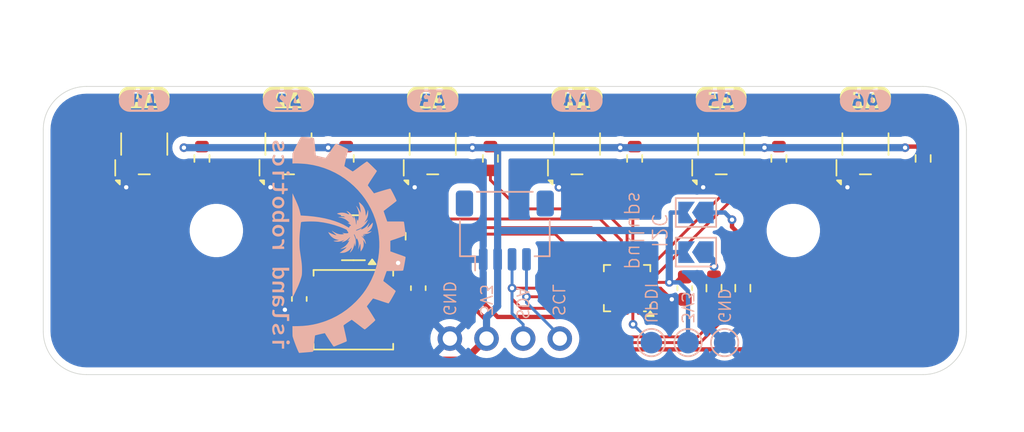
<source format=kicad_pcb>
(kicad_pcb (version 20240108) (generator "pcbnew") (generator_version "8.0")
  (layers (0 "F.Cu" signal) (31 "B.Cu" signal) (34 "B.Paste" user) (35 "F.Paste" user) (36 "B.SilkS" user "B.Silkscreen") (37 "F.SilkS" user "F.Silkscreen") (38 "B.Mask" user) (39 "F.Mask" user) (44 "Edge.Cuts" user))
  (net 0 "")
  (net 1 "GNDREF")
  (net 2 "/VCC_LED")
  (net 3 "Net-(U1-SW)")
  (net 4 "/FB")
  (net 5 "+3V3")
  (net 6 "/LED_ENABLE")
  (net 7 "Net-(U2-K)")
  (net 8 "Net-(U3-K)")
  (net 9 "Net-(U4-K)")
  (net 10 "Net-(U5-K)")
  (net 11 "Net-(U6-K)")
  (net 15 "Net-(JP1-A)")
  (net 20 "/UPDI")
  (net 22 "/SDA")
  (net 23 "/SCL")
  (net 24 "/A1")
  (net 25 "/A6")
  (net 26 "/A2")
  (net 27 "/A4")
  (net 28 "/A3")
  (net 29 "/A5")
  (net 30 "Net-(JP2-A)")
  (footprint "Capacitor_SMD:C_0603_1608Metric" (layer "F.Cu") (at 115.75 94.75 -90)
    (property "Reference" "C2" (hide yes))
    (property "Value" "1uF" (hide yes))
    (pad "1" smd roundrect (at -0.775 0 270) (size 0.9 0.95) (layers "F.Cu" "F.Paste" "F.Mask") (net 2 "/VCC_LED"))
    (pad "2" smd roundrect (at 0.775 0 270) (size 0.9 0.95) (layers "F.Cu" "F.Paste" "F.Mask") (net 1 "GNDREF"))
  )
  (footprint "Inductor_SMD:L_Sunlord_SWPA5020S" (layer "F.Cu") (at 119.5 95.5)
    (property "Reference" "L1" (hide yes))
    (property "Value" "22uH" (hide yes))
    (pad "1" smd roundrect (at -1.85 0) (size 1.4 4.2) (layers "F.Cu" "F.Paste" "F.Mask") (roundrect_rratio 0.178571) (net 5 "+3V3"))
    (pad "2" smd roundrect (at 1.85 0) (size 1.4 4.2) (layers "F.Cu" "F.Paste" "F.Mask") (roundrect_rratio 0.178571) (net 3 "Net-(U1-SW)"))
  )
  (footprint "Resistor_SMD:R_0603_1608Metric" (layer "F.Cu") (at 159 85 -90)
    (property "Reference" "R7" (hide yes))
    (property "Value" "1.5K" (hide yes))
    (pad "1" smd roundrect (at -0.825 0 270) (size 0.8 0.95) (layers "F.Cu" "F.Paste" "F.Mask") (net 5 "+3V3"))
    (pad "2" smd roundrect (at 0.825 0 270) (size 0.8 0.95) (layers "F.Cu" "F.Paste" "F.Mask") (net 25 "/A6"))
  )
  (footprint "Resistor_SMD:R_0603_1608Metric" (layer "F.Cu") (at 139 85 -90)
    (property "Reference" "R5" (hide yes))
    (property "Value" "1.5K" (hide yes))
    (pad "1" smd roundrect (at -0.825 0 270) (size 0.8 0.95) (layers "F.Cu" "F.Paste" "F.Mask") (net 5 "+3V3"))
    (pad "2" smd roundrect (at 0.825 0 270) (size 0.8 0.95) (layers "F.Cu" "F.Paste" "F.Mask") (net 27 "/A4"))
  )
  (footprint "kibuzzard-67E071FA" (layer "F.Cu") (at 115 80.75)
    (property "Reference" "kibuzzard-67E071FA" (hide yes))
    (property "Value" "G***" (hide yes))
  )
  (footprint "MountingHole:MountingHole_3.2mm_M3" (layer "F.Cu") (at 110 90)
    (property "Reference" "REF**" (hide yes))
    (property "Value" "MountingHole_3.2mm_M3" (hide yes))
    (pad "" np_thru_hole circle (at 0 0) (size 3.2 3.2) (drill 3.2) (layers "*.Cu" "*.Mask"))
  )
  (footprint "kibuzzard-67E072A1" (layer "F.Cu") (at 135 80.75)
    (property "Reference" "kibuzzard-67E072A1" (hide yes))
    (property "Value" "G***" (hide yes))
  )
  (footprint "Resistor_SMD:R_0603_1608Metric" (layer "F.Cu") (at 129 85 -90)
    (property "Reference" "R4" (hide yes))
    (property "Value" "1.5K" (hide yes))
    (pad "1" smd roundrect (at -0.825 0 270) (size 0.8 0.95) (layers "F.Cu" "F.Paste" "F.Mask") (net 5 "+3V3"))
    (pad "2" smd roundrect (at 0.825 0 270) (size 0.8 0.95) (layers "F.Cu" "F.Paste" "F.Mask") (net 28 "/A3"))
  )
  (footprint "shurik-personal:Everlight_ITR1502SR40A" (layer "F.Cu") (at 125 84 90)
    (property "Reference" "U4" (hide yes))
    (property "Value" "ITR1502SR40A" (hide yes))
    (pad "1" smd roundrect (at -1.65 -1.2 90) (size 1.2 1.1) (layers "F.Cu" "F.Paste" "F.Mask") (roundrect_rratio 0.1363636364) (net 1 "GNDREF"))
    (pad "2" smd roundrect (at -1.65 1.2 90) (size 1.2 1.1) (layers "F.Cu" "F.Paste" "F.Mask") (roundrect_rratio 0.1363636364) (net 28 "/A3"))
    (pad "3" smd roundrect (at 1.65 1.2 90) (size 1.2 1.1) (layers "F.Cu" "F.Paste" "F.Mask") (roundrect_rratio 0.1363636364) (net 9 "Net-(U4-K)"))
    (pad "4" smd roundrect (at 1.65 -1.2 90) (size 1.2 1.1) (layers "F.Cu" "F.Paste" "F.Mask") (roundrect_rratio 0.1363636364) (net 8 "Net-(U3-K)"))
  )
  (footprint "kibuzzard-67E072AD" (layer "F.Cu") (at 145 80.75)
    (property "Reference" "kibuzzard-67E072AD" (hide yes))
    (property "Value" "G***" (hide yes))
  )
  (footprint "Resistor_SMD:R_0603_1608Metric" (layer "F.Cu") (at 109 85 -90)
    (property "Reference" "R2" (hide yes))
    (property "Value" "1.5K" (hide yes))
    (pad "1" smd roundrect (at -0.825 0 270) (size 0.8 0.95) (layers "F.Cu" "F.Paste" "F.Mask") (net 5 "+3V3"))
    (pad "2" smd roundrect (at 0.825 0 270) (size 0.8 0.95) (layers "F.Cu" "F.Paste" "F.Mask") (net 24 "/A1"))
  )
  (footprint "shurik-personal:Everlight_ITR1502SR40A" (layer "F.Cu") (at 155 84 90)
    (property "Reference" "U7" (hide yes))
    (property "Value" "ITR1502SR40A" (hide yes))
    (pad "1" smd roundrect (at -1.65 -1.2 90) (size 1.2 1.1) (layers "F.Cu" "F.Paste" "F.Mask") (roundrect_rratio 0.1363636364) (net 1 "GNDREF"))
    (pad "2" smd roundrect (at -1.65 1.2 90) (size 1.2 1.1) (layers "F.Cu" "F.Paste" "F.Mask") (roundrect_rratio 0.1363636364) (net 25 "/A6"))
    (pad "3" smd roundrect (at 1.65 1.2 90) (size 1.2 1.1) (layers "F.Cu" "F.Paste" "F.Mask") (roundrect_rratio 0.1363636364) (net 4 "/FB"))
    (pad "4" smd roundrect (at 1.65 -1.2 90) (size 1.2 1.1) (layers "F.Cu" "F.Paste" "F.Mask") (roundrect_rratio 0.1363636364) (net 11 "Net-(U6-K)"))
  )
  (footprint "shurik-personal:Everlight_ITR1502SR40A" (layer "F.Cu") (at 105 84 90)
    (property "Reference" "U2" (hide yes))
    (property "Value" "ITR1502SR40A" (hide yes))
    (pad "1" smd roundrect (at -1.65 -1.2 90) (size 1.2 1.1) (layers "F.Cu" "F.Paste" "F.Mask") (roundrect_rratio 0.1363636364) (net 1 "GNDREF"))
    (pad "2" smd roundrect (at -1.65 1.2 90) (size 1.2 1.1) (layers "F.Cu" "F.Paste" "F.Mask") (roundrect_rratio 0.1363636364) (net 24 "/A1"))
    (pad "3" smd roundrect (at 1.65 1.2 90) (size 1.2 1.1) (layers "F.Cu" "F.Paste" "F.Mask") (roundrect_rratio 0.1363636364) (net 7 "Net-(U2-K)"))
    (pad "4" smd roundrect (at 1.65 -1.2 90) (size 1.2 1.1) (layers "F.Cu" "F.Paste" "F.Mask") (roundrect_rratio 0.1363636364) (net 2 "/VCC_LED"))
  )
  (footprint "Capacitor_SMD:C_0603_1608Metric" (layer "F.Cu") (at 142.475 94 -90)
    (property "Reference" "C3" (hide yes))
    (property "Value" "100nF" (hide yes))
    (pad "1" smd roundrect (at -0.775 0 270) (size 0.9 0.95) (layers "F.Cu" "F.Paste" "F.Mask") (net 5 "+3V3"))
    (pad "2" smd roundrect (at 0.775 0 270) (size 0.9 0.95) (layers "F.Cu" "F.Paste" "F.Mask") (net 1 "GNDREF"))
  )
  (footprint "Capacitor_SMD:C_0603_1608Metric" (layer "F.Cu") (at 124 94 90)
    (property "Reference" "C1" (hide yes))
    (property "Value" "1uF" (hide yes))
    (pad "1" smd roundrect (at -0.775 0 90) (size 0.9 0.95) (layers "F.Cu" "F.Paste" "F.Mask") (net 5 "+3V3"))
    (pad "2" smd roundrect (at 0.775 0 90) (size 0.9 0.95) (layers "F.Cu" "F.Paste" "F.Mask") (net 1 "GNDREF"))
  )
  (footprint "Package_DFN_QFN:VQFN-20-1EP_3x3mm_P0.4mm_EP1.7x1.7mm" (layer "F.Cu") (at 138.475 94 180)
    (property "Reference" "U8" (hide yes))
    (property "Value" "ATtiny1616-M" (hide yes))
    (pad "1" smd custom (at -1.45 -0.8 180) (size 0.143431 0.143431) (layers "F.Cu" "F.Paste" "F.Mask") (options (clearance outline) (anchor circle)) (primitives (gr_poly (pts (xy -0.35 -0.05) (xy 0.299289 -0.05) (xy 0.35 0.000711) (xy 0.35 0.05) (xy -0.35 0.05)) (width 0.1) (fill yes))))
    (pad "2" smd roundrect (at -1.45 -0.4 180) (size 0.8 0.2) (layers "F.Cu" "F.Paste" "F.Mask"))
    (pad "3" smd roundrect (at -1.45 0 180) (size 0.8 0.2) (layers "F.Cu" "F.Paste" "F.Mask") (net 1 "GNDREF"))
    (pad "4" smd roundrect (at -1.45 0.4 180) (size 0.8 0.2) (layers "F.Cu" "F.Paste" "F.Mask") (net 5 "+3V3"))
    (pad "5" smd custom (at -1.45 0.8 180) (size 0.143431 0.143431) (layers "F.Cu" "F.Paste" "F.Mask") (net 25 "/A6") (clearance 0.18) (options (clearance outline) (anchor circle)) (primitives (gr_poly (pts (xy -0.35 -0.05) (xy 0.35 -0.05) (xy 0.35 -0.000711) (xy 0.299289 0.05) (xy -0.35 0.05)) (width 0.1) (fill yes))))
    (pad "6" smd custom (at -0.8 1.45 180) (size 0.143431 0.143431) (layers "F.Cu" "F.Paste" "F.Mask") (net 29 "/A5") (clearance 0.18) (options (clearance outline) (anchor circle)) (primitives (gr_poly (pts (xy -0.05 -0.299289) (xy 0.000711 -0.35) (xy 0.05 -0.35) (xy 0.05 0.35) (xy -0.05 0.35)) (width 0.1) (fill yes))))
    (pad "7" smd roundrect (at -0.4 1.45 180) (size 0.2 0.8) (layers "F.Cu" "F.Paste" "F.Mask") (net 27 "/A4"))
    (pad "8" smd roundrect (at 0 1.45 180) (size 0.2 0.8) (layers "F.Cu" "F.Paste" "F.Mask") (net 28 "/A3"))
    (pad "9" smd roundrect (at 0.4 1.45 180) (size 0.2 0.8) (layers "F.Cu" "F.Paste" "F.Mask") (net 26 "/A2"))
    (pad "10" smd custom (at 0.8 1.45 180) (size 0.143431 0.143431) (layers "F.Cu" "F.Paste" "F.Mask") (net 24 "/A1") (clearance 0.18) (options (clearance outline) (anchor circle)) (primitives (gr_poly (pts (xy -0.05 -0.35) (xy -0.000711 -0.35) (xy 0.05 -0.299289) (xy 0.05 0.35) (xy -0.05 0.35)) (width 0.1) (fill yes))))
    (pad "11" smd custom (at 1.45 0.8 180) (size 0.143431 0.143431) (layers "F.Cu" "F.Paste" "F.Mask") (net 6 "/LED_ENABLE") (options (clearance outline) (anchor circle)) (primitives (gr_poly (pts (xy -0.35 -0.05) (xy 0.35 -0.05) (xy 0.35 0.05) (xy -0.299289 0.05) (xy -0.35 -0.000711)) (width 0.1) (fill yes))))
    (pad "12" smd roundrect (at 1.45 0.4 180) (size 0.8 0.2) (layers "F.Cu" "F.Paste" "F.Mask"))
    (pad "13" smd roundrect (at 1.45 0 180) (size 0.8 0.2) (layers "F.Cu" "F.Paste" "F.Mask") (net 22 "/SDA"))
    (pad "14" smd roundrect (at 1.45 -0.4 180) (size 0.8 0.2) (layers "F.Cu" "F.Paste" "F.Mask") (net 23 "/SCL"))
    (pad "15" smd custom (at 1.45 -0.8 180) (size 0.143431 0.143431) (layers "F.Cu" "F.Paste" "F.Mask") (clearance 0.18) (options (clearance outline) (anchor circle)) (primitives (gr_poly (pts (xy -0.35 0.000711) (xy -0.299289 -0.05) (xy 0.35 -0.05) (xy 0.35 0.05) (xy -0.35 0.05)) (width 0.1) (fill yes))))
    (pad "16" smd custom (at 0.8 -1.45 180) (size 0.143431 0.143431) (layers "F.Cu" "F.Paste" "F.Mask") (options (clearance outline) (anchor circle)) (primitives (gr_poly (pts (xy -0.05 -0.35) (xy 0.05 -0.35) (xy 0.05 0.299289) (xy -0.000711 0.35) (xy -0.05 0.35)) (width 0.1) (fill yes))))
    (pad "17" smd roundrect (at 0.4 -1.45 180) (size 0.2 0.8) (layers "F.Cu" "F.Paste" "F.Mask"))
    (pad "18" smd roundrect (at 0 -1.45 180) (size 0.2 0.8) (layers "F.Cu" "F.Paste" "F.Mask"))
    (pad "19" smd roundrect (at -0.4 -1.45 180) (size 0.2 0.8) (layers "F.Cu" "F.Paste" "F.Mask") (net 20 "/UPDI"))
    (pad "20" smd custom (at -0.8 -1.45 180) (size 0.143431 0.143431) (layers "F.Cu" "F.Paste" "F.Mask") (clearance 0.15) (options (clearance outline) (anchor circle)) (primitives (gr_poly (pts (xy -0.05 -0.35) (xy 0.05 -0.35) (xy 0.05 0.35) (xy 0.000711 0.35) (xy -0.05 0.299289)) (width 0.1) (fill yes))))
    (pad "21" smd rect (at 0 0 180) (size 1.7 1.7) (property pad_prop_heatsink) (layers "F.Cu" "F.Mask") (net 1 "GNDREF"))
  )
  (footprint "kibuzzard-67E07257" (layer "F.Cu") (at 105 80.75)
    (property "Reference" "kibuzzard-67E07257" (hide yes))
    (property "Value" "G***" (hide yes))
  )
  (footprint "Resistor_SMD:R_0603_1608Metric" (layer "F.Cu") (at 122.6 90.4 -90)
    (property "Reference" "R1" (hide yes))
    (property "Value" "10" (hide yes))
    (pad "1" smd roundrect (at -0.825 0 270) (size 0.8 0.95) (layers "F.Cu" "F.Paste" "F.Mask") (net 4 "/FB"))
    (pad "2" smd roundrect (at 0.825 0 270) (size 0.8 0.95) (layers "F.Cu" "F.Paste" "F.Mask") (net 1 "GNDREF"))
  )
  (footprint "Resistor_SMD:R_0603_1608Metric" (layer "F.Cu") (at 119 85 -90)
    (property "Reference" "R3" (hide yes))
    (property "Value" "1.5K" (hide yes))
    (pad "1" smd roundrect (at -0.825 0 270) (size 0.8 0.95) (layers "F.Cu" "F.Paste" "F.Mask") (net 5 "+3V3"))
    (pad "2" smd roundrect (at 0.825 0 270) (size 0.8 0.95) (layers "F.Cu" "F.Paste" "F.Mask") (net 26 "/A2"))
  )
  (footprint "Package_TO_SOT_SMD:TSOT-23-6" (layer "F.Cu") (at 119.5 90.5 180)
    (property "Reference" "U1" (hide yes))
    (property "Value" "AP3019A" (hide yes))
    (pad "1" smd roundrect (at -1.1375 -0.95 180) (size 1.325 0.6) (layers "F.Cu" "F.Paste" "F.Mask") (net 3 "Net-(U1-SW)"))
    (pad "2" smd roundrect (at -1.1375 0 180) (size 1.325 0.6) (layers "F.Cu" "F.Paste" "F.Mask") (net 1 "GNDREF"))
    (pad "3" smd roundrect (at -1.1375 0.95 180) (size 1.325 0.6) (layers "F.Cu" "F.Paste" "F.Mask") (net 4 "/FB"))
    (pad "4" smd roundrect (at 1.1375 0.95 180) (size 1.325 0.6) (layers "F.Cu" "F.Paste" "F.Mask") (net 6 "/LED_ENABLE"))
    (pad "5" smd roundrect (at 1.1375 0 180) (size 1.325 0.6) (layers "F.Cu" "F.Paste" "F.Mask") (net 2 "/VCC_LED"))
    (pad "6" smd roundrect (at 1.1375 -0.95 180) (size 1.325 0.6) (layers "F.Cu" "F.Paste" "F.Mask") (net 5 "+3V3"))
  )
  (footprint "kibuzzard-67E072BD" (layer "F.Cu") (at 155 80.75)
    (property "Reference" "kibuzzard-67E072BD" (hide yes))
    (property "Value" "G***" (hide yes))
  )
  (footprint "Resistor_SMD:R_0603_1608Metric" (layer "F.Cu") (at 146.5 94 -90)
    (property "Reference" "R9" (hide yes))
    (property "Value" "3.3K" (hide yes))
    (pad "1" smd roundrect (at -0.825 0 270) (size 0.8 0.95) (layers "F.Cu" "F.Paste" "F.Mask") (net 30 "Net-(JP2-A)"))
    (pad "2" smd roundrect (at 0.825 0 270) (size 0.8 0.95) (layers "F.Cu" "F.Paste" "F.Mask") (net 22 "/SDA"))
  )
  (footprint "shurik-personal:Everlight_ITR1502SR40A" (layer "F.Cu") (at 145 84 90)
    (property "Reference" "U6" (hide yes))
    (property "Value" "ITR1502SR40A" (hide yes))
    (pad "1" smd roundrect (at -1.65 -1.2 90) (size 1.2 1.1) (layers "F.Cu" "F.Paste" "F.Mask") (roundrect_rratio 0.1363636364) (net 1 "GNDREF"))
    (pad "2" smd roundrect (at -1.65 1.2 90) (size 1.2 1.1) (layers "F.Cu" "F.Paste" "F.Mask") (roundrect_rratio 0.1363636364) (net 29 "/A5"))
    (pad "3" smd roundrect (at 1.65 1.2 90) (size 1.2 1.1) (layers "F.Cu" "F.Paste" "F.Mask") (roundrect_rratio 0.1363636364) (net 11 "Net-(U6-K)"))
    (pad "4" smd roundrect (at 1.65 -1.2 90) (size 1.2 1.1) (layers "F.Cu" "F.Paste" "F.Mask") (roundrect_rratio 0.1363636364) (net 10 "Net-(U5-K)"))
  )
  (footprint "MountingHole:MountingHole_3.2mm_M3" (layer "F.Cu") (at 150 90)
    (property "Reference" "REF**" (hide yes))
    (property "Value" "MountingHole_3.2mm_M3" (hide yes))
    (pad "" np_thru_hole circle (at 0 0) (size 3.2 3.2) (drill 3.2) (layers "*.Cu" "*.Mask"))
  )
  (footprint "kibuzzard-67E07232" (layer "F.Cu") (at 125 80.75)
    (property "Reference" "kibuzzard-67E07232" (hide yes))
    (property "Value" "G***" (hide yes))
  )
  (footprint "Resistor_SMD:R_0603_1608Metric" (layer "F.Cu") (at 144.5 94 -90)
    (property "Reference" "R8" (hide yes))
    (property "Value" "3.3K" (hide yes))
    (pad "1" smd roundrect (at -0.825 0 270) (size 0.8 0.95) (layers "F.Cu" "F.Paste" "F.Mask") (net 15 "Net-(JP1-A)"))
    (pad "2" smd roundrect (at 0.825 0 270) (size 0.8 0.95) (layers "F.Cu" "F.Paste" "F.Mask") (net 23 "/SCL"))
  )
  (footprint "shurik-personal:Everlight_ITR1502SR40A" (layer "F.Cu") (at 135 84 90)
    (property "Reference" "U5" (hide yes))
    (property "Value" "ITR1502SR40A" (hide yes))
    (pad "1" smd roundrect (at -1.65 -1.2 90) (size 1.2 1.1) (layers "F.Cu" "F.Paste" "F.Mask") (roundrect_rratio 0.1363636364) (net 1 "GNDREF"))
    (pad "2" smd roundrect (at -1.65 1.2 90) (size 1.2 1.1) (layers "F.Cu" "F.Paste" "F.Mask") (roundrect_rratio 0.1363636364) (net 27 "/A4"))
    (pad "3" smd roundrect (at 1.65 1.2 90) (size 1.2 1.1) (layers "F.Cu" "F.Paste" "F.Mask") (roundrect_rratio 0.1363636364) (net 10 "Net-(U5-K)"))
    (pad "4" smd roundrect (at 1.65 -1.2 90) (size 1.2 1.1) (layers "F.Cu" "F.Paste" "F.Mask") (roundrect_rratio 0.1363636364) (net 9 "Net-(U4-K)"))
  )
  (footprint "Resistor_SMD:R_0603_1608Metric" (layer "F.Cu") (at 149 85 -90)
    (property "Reference" "R6" (hide yes))
    (property "Value" "1.5K" (hide yes))
    (pad "1" smd roundrect (at -0.825 0 270) (size 0.8 0.95) (layers "F.Cu" "F.Paste" "F.Mask") (net 5 "+3V3"))
    (pad "2" smd roundrect (at 0.825 0 270) (size 0.8 0.95) (layers "F.Cu" "F.Paste" "F.Mask") (net 29 "/A5"))
  )
  (footprint "shurik-personal:Everlight_ITR1502SR40A" (layer "F.Cu") (at 115 84 90)
    (property "Reference" "U3" (hide yes))
    (property "Value" "ITR1502SR40A" (hide yes))
    (pad "1" smd roundrect (at -1.65 -1.2 90) (size 1.2 1.1) (layers "F.Cu" "F.Paste" "F.Mask") (roundrect_rratio 0.1363636364) (net 1 "GNDREF"))
    (pad "2" smd roundrect (at -1.65 1.2 90) (size 1.2 1.1) (layers "F.Cu" "F.Paste" "F.Mask") (roundrect_rratio 0.1363636364) (net 26 "/A2"))
    (pad "3" smd roundrect (at 1.65 1.2 90) (size 1.2 1.1) (layers "F.Cu" "F.Paste" "F.Mask") (roundrect_rratio 0.1363636364) (net 8 "Net-(U3-K)"))
    (pad "4" smd roundrect (at 1.65 -1.2 90) (size 1.2 1.1) (layers "F.Cu" "F.Paste" "F.Mask") (roundrect_rratio 0.1363636364) (net 7 "Net-(U2-K)"))
  )
  (footprint "kibuzzard-67E0733D" (layer "B.Cu") (at 115 81 180)
    (property "Reference" "kibuzzard-67E0733D" (hide yes))
    (property "Value" "G***" (hide yes))
  )
  (footprint "shurik-personal:my_logo" (layer "B.Cu") (at 118.5 91 90)
    (property "Reference" "G***" (hide yes))
    (property "Value" "LOGO" (hide yes))
  )
  (footprint "TestPoint:TestPoint_Pad_D1.5mm" (layer "B.Cu") (at 140.16 97.78 180)
    (property "Reference" "TP2" (hide yes))
    (property "Value" "TestPoint" (hide yes))
    (pad "1" smd circle (at 0 0 180) (size 1.5 1.5) (layers "B.Cu" "B.Mask") (net 20 "/UPDI"))
  )
  (footprint "Jumper:SolderJumper-2_P1.3mm_Open_TrianglePad1.0x1.5mm" (layer "B.Cu") (at 143.25 88.75 180)
    (property "Reference" "JP2" (hide yes))
    (property "Value" "SolderJumper_2_Open" (hide yes))
    (pad "1" smd custom (at -0.725 0 180) (size 0.3 0.3) (layers "B.Cu" "B.Mask") (net 30 "Net-(JP2-A)") (options (clearance outline) (anchor rect)) (primitives (gr_poly (pts (xy 1 0) (xy 0.5 -0.75) (xy -0.5 -0.75) (xy -0.5 0.75) (xy 0.5 0.75)) (width 0) (fill yes))))
    (pad "2" smd custom (at 0.725 0 180) (size 0.3 0.3) (layers "B.Cu" "B.Mask") (net 5 "+3V3") (options (clearance outline) (anchor rect)) (primitives (gr_poly (pts (xy 0.5 -0.75) (xy -0.65 -0.75) (xy -0.15 0) (xy -0.65 0.75) (xy 0.5 0.75)) (width 0) (fill yes))))
  )
  (footprint "kibuzzard-67E073B0" (layer "B.Cu") (at 155 81 180)
    (property "Reference" "kibuzzard-67E073B0" (hide yes))
    (property "Value" "G***" (hide yes))
  )
  (footprint "kibuzzard-67E07391" (layer "B.Cu") (at 145 81 180)
    (property "Reference" "kibuzzard-67E07391" (hide yes))
    (property "Value" "G***" (hide yes))
  )
  (footprint "Jumper:SolderJumper-2_P1.3mm_Open_TrianglePad1.0x1.5mm" (layer "B.Cu") (at 143.25 91.5 180)
    (property "Reference" "JP1" (hide yes))
    (property "Value" "SolderJumper_2_Open" (hide yes))
    (pad "1" smd custom (at -0.725 0 180) (size 0.3 0.3) (layers "B.Cu" "B.Mask") (net 15 "Net-(JP1-A)") (options (clearance outline) (anchor rect)) (primitives (gr_poly (pts (xy 1 0) (xy 0.5 -0.75) (xy -0.5 -0.75) (xy -0.5 0.75) (xy 0.5 0.75)) (width 0) (fill yes))))
    (pad "2" smd custom (at 0.725 0 180) (size 0.3 0.3) (layers "B.Cu" "B.Mask") (net 5 "+3V3") (options (clearance outline) (anchor rect)) (primitives (gr_poly (pts (xy 0.5 -0.75) (xy -0.65 -0.75) (xy -0.15 0) (xy -0.65 0.75) (xy 0.5 0.75)) (width 0) (fill yes))))
  )
  (footprint "kibuzzard-67E073A3" (layer "B.Cu") (at 135 81 180)
    (property "Reference" "kibuzzard-67E073A3" (hide yes))
    (property "Value" "G***" (hide yes))
  )
  (footprint "kibuzzard-67E0737D" (layer "B.Cu") (at 125 81 180)
    (property "Reference" "kibuzzard-67E0737D" (hide yes))
    (property "Value" "G***" (hide yes))
  )
  (footprint "TestPoint:TestPoint_Pad_D1.5mm" (layer "B.Cu") (at 145.24 97.78 180)
    (property "Reference" "TP1" (hide yes))
    (property "Value" "TestPoint" (hide yes))
    (pad "1" smd circle (at 0 0 180) (size 1.5 1.5) (layers "B.Cu" "B.Mask") (net 1 "GNDREF"))
  )
  (footprint "TestPoint:TestPoint_Pad_D1.5mm" (layer "B.Cu") (at 142.7 97.78 180)
    (property "Reference" "TP3" (hide yes))
    (property "Value" "TestPoint" (hide yes))
    (pad "1" smd circle (at 0 0 180) (size 1.5 1.5) (layers "B.Cu" "B.Mask") (net 5 "+3V3"))
  )
  (footprint "Connector_JST:JST_SH_SM04B-SRSS-TB_1x04-1MP_P1.00mm_Horizontal" (layer "B.Cu") (at 130 90)
    (property "Reference" "J1" (hide yes))
    (property "Value" "Conn_01x04_Pin" (hide yes))
    (pad "1" smd roundrect (at -1.5 2) (size 0.6 1.55) (layers "B.Cu" "B.Paste" "B.Mask") (net 1 "GNDREF"))
    (pad "2" smd roundrect (at -0.5 2) (size 0.6 1.55) (layers "B.Cu" "B.Paste" "B.Mask") (net 5 "+3V3"))
    (pad "3" smd roundrect (at 0.5 2) (size 0.6 1.55) (layers "B.Cu" "B.Paste" "B.Mask") (net 22 "/SDA"))
    (pad "4" smd roundrect (at 1.5 2) (size 0.6 1.55) (layers "B.Cu" "B.Paste" "B.Mask") (net 23 "/SCL"))
    (pad "MP" smd roundrect (at -2.8 -1.875) (size 1.2 1.8) (layers "B.Cu" "B.Paste" "B.Mask") (roundrect_rratio 0.208333))
    (pad "MP" smd roundrect (at 2.8 -1.875) (size 1.2 1.8) (layers "B.Cu" "B.Paste" "B.Mask") (roundrect_rratio 0.208333))
  )
  (footprint "kibuzzard-67E0734D" (layer "B.Cu") (at 105 81 180)
    (property "Reference" "kibuzzard-67E0734D" (hide yes))
    (property "Value" "G***" (hide yes))
  )
  (footprint "shurik-personal:connector-4p-generic-nosilk" (layer "B.Cu") (at 126.19 97.5 -90)
    (property "Reference" "J2" (hide yes))
    (property "Value" "Conn_01x04_Pin" (hide yes))
    (pad "1" thru_hole circle (at 0 0 270) (size 1.7 1.7) (drill 1) (layers "*.Cu" "*.Mask") (net 1 "GNDREF"))
    (pad "2" thru_hole oval (at 0 -2.54 270) (size 1.7 1.7) (drill 1) (layers "*.Cu" "*.Mask") (net 5 "+3V3"))
    (pad "3" thru_hole oval (at 0 -5.08 270) (size 1.7 1.7) (drill 1) (layers "*.Cu" "*.Mask") (net 22 "/SDA"))
    (pad "4" thru_hole oval (at 0 -7.62 270) (size 1.7 1.7) (drill 1) (layers "*.Cu" "*.Mask") (net 23 "/SCL"))
  )
  (gr_arc (start 101 100) (mid 98.87868 99.12132) (end 98 97) (stroke (width 0.05)) (layer "Edge.Cuts"))
  (gr_arc (start 162 97) (mid 161.12132 99.12132) (end 159 100) (stroke (width 0.05)) (layer "Edge.Cuts"))
  (gr_line (start 159 100) (end 101 100) (stroke (width 0.05)) (layer "Edge.Cuts"))
  (gr_arc (start 159 80) (mid 161.12132 80.87868) (end 162 83) (stroke (width 0.05)) (layer "Edge.Cuts"))
  (gr_arc (start 98 83) (mid 98.87868 80.87868) (end 101 80) (stroke (width 0.05)) (layer "Edge.Cuts"))
  (gr_line (start 162 83) (end 162 97) (stroke (width 0.05)) (layer "Edge.Cuts"))
  (gr_line (start 98 97) (end 98 83) (stroke (width 0.05)) (layer "Edge.Cuts"))
  (gr_line (start 101 80) (end 159 80) (stroke (width 0.05)) (layer "Edge.Cuts"))
  (gr_text "GND" (at 125.682 96.002 270) (layer "B.SilkS") (effects (font (size 0.8 0.8) (thickness 0.1)) (justify left bottom mirror)))
  (gr_text "UPDI" (at 139.652 96.51 270) (layer "B.SilkS") (effects (font (size 0.8 0.8) (thickness 0.1)) (justify left bottom mirror)))
  (gr_text "3V3" (at 128.222 96 270) (layer "B.SilkS") (effects (font (size 0.8 0.8) (thickness 0.1)) (justify left bottom mirror)))
  (gr_text "SCL" (at 133.25 96 270) (layer "B.SilkS") (effects (font (size 0.8 0.8) (thickness 0.1)) (justify left bottom mirror)))
  (gr_text "3V3" (at 142.192 96.51 270) (layer "B.SilkS") (effects (font (size 0.8 0.8) (thickness 0.1)) (justify left bottom mirror)))
  (gr_text "SDA" (at 130.75 96.25 -90) (layer "B.SilkS") (effects (font (size 0.8 0.8) (thickness 0.1)) (justify left bottom mirror)))
  (gr_text "GND" (at 144.732 96.51 -90) (layer "B.SilkS") (effects (font (size 0.8 0.8) (thickness 0.1)) (justify left bottom mirror)))
  (gr_text "I2C\npullups" (at 138.5 90 -90) (layer "B.SilkS") (effects (font (size 1 1) (thickness 0.1)) (justify bottom mirror)))
  (segment (start 133.8 86.95) (end 133.75 87) (width 0.3) (layer "F.Cu") (net 1))
  (segment (start 123.8 86.95) (end 123.75 87) (width 0.3) (layer "F.Cu") (net 1))
  (segment (start 121.875 90.5) (end 122.6 91.225) (width 0.2) (layer "F.Cu") (net 1))
  (segment (start 113.8 86.95) (end 113.75 87) (width 0.3) (layer "F.Cu") (net 1))
  (segment (start 133.8 85.65) (end 133.8 86.95) (width 0.3) (layer "F.Cu") (net 1))
  (segment (start 138.475 94) (end 139.925 94) (width 0.2) (layer "F.Cu") (net 1))
  (segment (start 103.8 85.65) (end 103.8 86.95) (width 0.3) (layer "F.Cu") (net 1))
  (segment (start 140.8 94) (end 139.925 94) (width 0.2) (layer "F.Cu") (net 1))
  (segment (start 143.8 85.65) (end 143.8 86.95) (width 0.3) (layer "F.Cu") (net 1))
  (segment (start 122.6 92.25) (end 122.6 92.85) (width 0.2) (layer "F.Cu") (net 1))
  (segment (start 143.8 86.95) (end 143.75 87) (width 0.3) (layer "F.Cu") (net 1))
  (segment (start 123.8 85.65) (end 123.8 86.95) (width 0.3) (layer "F.Cu") (net 1))
  (segment (start 115.75 95.525) (end 114.775 95.525) (width 0.2) (layer "F.Cu") (net 1))
  (segment (start 122.6 92.85) (end 123 93.25) (width 0.2) (layer "F.Cu") (net 1))
  (segment (start 141.575 94.775) (end 142.475 94.775) (width 0.2) (layer "F.Cu") (net 1))
  (segment (start 153.8 86.95) (end 153.75 87) (width 0.3) (layer "F.Cu") (net 1))
  (segment (start 123.025 93.225) (end 124 93.225) (width 0.2) (layer "F.Cu") (net 1))
  (segment (start 153.8 85.65) (end 153.8 86.95) (width 0.3) (layer "F.Cu") (net 1))
  (segment (start 123 93.25) (end 123.025 93.225) (width 0.2) (layer "F.Cu") (net 1))
  (segment (start 122.6 91.225) (end 122.6 92.25) (width 0.2) (layer "F.Cu") (net 1))
  (segment (start 141.575 94.775) (end 140.8 94) (width 0.2) (layer "F.Cu") (net 1))
  (segment (start 114.775 95.525) (end 114.75 95.5) (width 0.2) (layer "F.Cu") (net 1))
  (segment (start 113.8 85.65) (end 113.8 86.95) (width 0.3) (layer "F.Cu") (net 1))
  (segment (start 103.8 86.95) (end 103.75 87) (width 0.3) (layer "F.Cu") (net 1))
  (segment (start 120.6375 90.5) (end 121.875 90.5) (width 0.2) (layer "F.Cu") (net 1))
  (via (at 122.6 92.25) (size 0.6) (drill 0.3) (layers "F.Cu" "B.Cu") (net 1))
  (via (at 103.75 87) (size 0.6) (drill 0.3) (layers "F.Cu" "B.Cu") (net 1))
  (via (at 143.75 87) (size 0.6) (drill 0.3) (layers "F.Cu" "B.Cu") (net 1))
  (via (at 133.75 87) (size 0.6) (drill 0.3) (layers "F.Cu" "B.Cu") (net 1))
  (via (at 153.75 87) (size 0.6) (drill 0.3) (layers "F.Cu" "B.Cu") (net 1))
  (via (at 141.575 94.775) (size 0.6) (drill 0.3) (layers "F.Cu" "B.Cu") (net 1))
  (via (at 113.75 87) (size 0.6) (drill 0.3) (layers "F.Cu" "B.Cu") (net 1))
  (via (at 114.75 95.5) (size 0.6) (drill 0.3) (layers "F.Cu" "B.Cu") (net 1))
  (via (at 123.75 87) (size 0.6) (drill 0.3) (layers "F.Cu" "B.Cu") (net 1))
  (segment (start 101 88.8) (end 106 93.8) (width 0.3) (layer "F.Cu") (net 2))
  (segment (start 117.468 90.5) (end 117.938738 90.5) (width 0.3) (layer "F.Cu") (net 2))
  (segment (start 103.8 82.35) (end 101.65 82.35) (width 0.3) (layer "F.Cu") (net 2))
  (segment (start 106 93.8) (end 115.75 93.8) (width 0.3) (layer "F.Cu") (net 2))
  (segment (start 101 83) (end 101 88.8) (width 0.3) (layer "F.Cu") (net 2))
  (segment (start 115.75 93.8) (end 115.75 92.218) (width 0.3) (layer "F.Cu") (net 2))
  (segment (start 101.65 82.35) (end 101 83) (width 0.3) (layer "F.Cu") (net 2))
  (segment (start 115.75 92.218) (end 117.468 90.5) (width 0.3) (layer "F.Cu") (net 2))
  (segment (start 121.35 92.686) (end 121.35 95.5) (width 0.5) (layer "F.Cu") (net 3))
  (segment (start 120.6375 91.9735) (end 121.35 92.686) (width 0.5) (layer "F.Cu") (net 3))
  (segment (start 120.6375 91.45) (end 120.6375 91.9735) (width 0.5) (layer "F.Cu") (net 3))
  (segment (start 122.975 89.575) (end 123.075 89.575) (width 0.3) (layer "F.Cu") (net 4))
  (segment (start 134.5 96) (end 136.75 98.25) (width 0.3) (layer "F.Cu") (net 4))
  (segment (start 136.75 98.25) (end 148.75 98.25) (width 0.3) (layer "F.Cu") (net 4))
  (segment (start 148.75 98.25) (end 160.5 86.5) (width 0.3) (layer "F.Cu") (net 4))
  (segment (start 129.5 96) (end 134.5 96) (width 0.3) (layer "F.Cu") (net 4))
  (segment (start 123.075 89.575) (end 129.5 96) (width 0.3) (layer "F.Cu") (net 4))
  (segment (start 160.5 86.5) (end 160.5 83.5) (width 0.3) (layer "F.Cu") (net 4))
  (segment (start 159.35 82.35) (end 156.2 82.35) (width 0.3) (layer "F.Cu") (net 4))
  (segment (start 160.5 83.5) (end 159.35 82.35) (width 0.3) (layer "F.Cu") (net 4))
  (segment (start 120.6375 89.55) (end 122.575 89.55) (width 0.2) (layer "F.Cu") (net 4))
  (segment (start 127.825 84.175) (end 127.75 84.25) (width 0.3) (layer "F.Cu") (net 5))
  (segment (start 107.825 84.175) (end 107.75 84.25) (width 0.3) (layer "F.Cu") (net 5))
  (segment (start 117.825 84.175) (end 117.75 84.25) (width 0.3) (layer "F.Cu") (net 5))
  (segment (start 117.65 92.858) (end 117.65 95.5) (width 0.5) (layer "F.Cu") (net 5))
  (segment (start 139 84.175) (end 138.075 84.175) (width 0.3) (layer "F.Cu") (net 5))
  (segment (start 128.73 96.23) (end 128.73 97.5) (width 0.3) (layer "F.Cu") (net 5))
  (segment (start 148.075 84.175) (end 148 84.25) (width 0.3) (layer "F.Cu") (net 5))
  (segment (start 119 84.175) (end 117.825 84.175) (width 0.3) (layer "F.Cu") (net 5))
  (segment (start 141.8 93.6) (end 141.4 93.6) (width 0.2) (layer "F.Cu") (net 5))
  (segment (start 138.075 84.175) (end 138 84.25) (width 0.3) (layer "F.Cu") (net 5))
  (segment (start 118.3625 91.45) (end 118.3625 92.1455) (width 0.5) (layer "F.Cu") (net 5))
  (segment (start 142.175 93.225) (end 141.8 93.6) (width 0.2) (layer "F.Cu") (net 5))
  (segment (start 118.52 99) (end 117.65 98.13) (width 0.5) (layer "F.Cu") (net 5))
  (segment (start 129 84.175) (end 127.825 84.175) (width 0.3) (layer "F.Cu") (net 5))
  (segment (start 117.65 98.13) (end 117.65 95.5) (width 0.5) (layer "F.Cu") (net 5))
  (segment (start 127.275 94.775) (end 128.73 96.23) (width 0.3) (layer "F.Cu") (net 5))
  (segment (start 118.3625 92.1455) (end 117.65 92.858) (width 0.5) (layer "F.Cu") (net 5))
  (segment (start 159 84.175) (end 157.825 84.175) (width 0.3) (layer "F.Cu") (net 5))
  (segment (start 128.73 97.5) (end 127.23 99) (width 0.5) (layer "F.Cu") (net 5))
  (segment (start 124 94.775) (end 127.275 94.775) (width 0.3) (layer "F.Cu") (net 5))
  (segment (start 139.925 93.6) (end 141.4 93.6) (width 0.2) (layer "F.Cu") (net 5))
  (segment (start 149 84.175) (end 148.075 84.175) (width 0.3) (layer "F.Cu") (net 5))
  (segment (start 109 84.175) (end 107.825 84.175) (width 0.3) (layer "F.Cu") (net 5))
  (segment (start 157.825 84.175) (end 157.75 84.25) (width 0.3) (layer "F.Cu") (net 5))
  (segment (start 127.23 99) (end 118.52 99) (width 0.5) (layer "F.Cu") (net 5))
  (via (at 141.4 93.6) (size 0.6) (drill 0.3) (layers "F.Cu" "B.Cu") (net 5))
  (via (at 107.75 84.25) (size 0.6) (drill 0.3) (layers "F.Cu" "B.Cu") (net 5))
  (via (at 157.75 84.25) (size 0.6) (drill 0.3) (layers "F.Cu" "B.Cu") (net 5))
  (via (at 117.75 84.25) (size 0.6) (drill 0.3) (layers "F.Cu" "B.Cu") (net 5))
  (via (at 148 84.25) (size 0.6) (drill 0.3) (layers "F.Cu" "B.Cu") (net 5))
  (via (at 138 84.25) (size 0.6) (drill 0.3) (layers "F.Cu" "B.Cu") (net 5))
  (via (at 127.75 84.25) (size 0.6) (drill 0.3) (layers "F.Cu" "B.Cu") (net 5))
  (segment (start 142.7 97.78) (end 142.7 94.2) (width 0.3) (layer "B.Cu") (net 5))
  (segment (start 117.75 84.25) (end 127.75 84.25) (width 0.5) (layer "B.Cu") (net 5))
  (segment (start 148 84.25) (end 157.75 84.25) (width 0.5) (layer "B.Cu") (net 5))
  (segment (start 128.73 96.02) (end 128.73 97.5) (width 0.5) (layer "B.Cu") (net 5))
  (segment (start 142.1 93.6) (end 141.4 93.6) (width 0.3) (layer "B.Cu") (net 5))
  (segment (start 138 84.25) (end 148 84.25) (width 0.5) (layer "B.Cu") (net 5))
  (segment (start 129.5 92.4) (end 129.5 90) (width 0.5) (layer "B.Cu") (net 5))
  (segment (start 141.4 91.5) (end 141.4 93.6) (width 0.5) (layer "B.Cu") (net 5))
  (segment (start 141.4 90) (end 141.4 91.5) (width 0.5) (layer "B.Cu") (net 5))
  (segment (start 129.5 95.25) (end 129.5 92.4) (width 0.5) (layer "B.Cu") (net 5))
  (segment (start 107.75 84.25) (end 117.75 84.25) (width 0.5) (layer "B.Cu") (net 5))
  (segment (start 142.7 94.2) (end 142.1 93.6) (width 0.3) (layer "B.Cu") (net 5))
  (segment (start 141.5 88.75) (end 141.5 89.9) (width 0.3) (layer "B.Cu") (net 5))
  (segment (start 129.5 90) (end 129.5 84.25) (width 0.5) (layer "B.Cu") (net 5))
  (segment (start 129.5 90) (end 141.4 90) (width 0.5) (layer "B.Cu") (net 5))
  (segment (start 142.525 91.5) (end 141.4 91.5) (width 0.3) (layer "B.Cu") (net 5))
  (segment (start 127.75 84.25) (end 129.5 84.25) (width 0.5) (layer "B.Cu") (net 5))
  (segment (start 142.525 88.75) (end 141.5 88.75) (width 0.3) (layer "B.Cu") (net 5))
  (segment (start 141.5 89.9) (end 141.4 90) (width 0.3) (layer "B.Cu") (net 5))
  (segment (start 129.5 95.25) (end 128.73 96.02) (width 0.5) (layer "B.Cu") (net 5))
  (segment (start 129.5 84.25) (end 138 84.25) (width 0.5) (layer "B.Cu") (net 5))
  (segment (start 122.824078 88.4) (end 124.674078 90.25) (width 0.2) (layer "F.Cu") (net 6))
  (segment (start 118.3625 89.55) (end 118.3625 89.0375) (width 0.2) (layer "F.Cu") (net 6))
  (segment (start 118.3625 89.0375) (end 119 88.4) (width 0.2) (layer "F.Cu") (net 6))
  (segment (start 124.674078 90.25) (end 133.5 90.25) (width 0.2) (layer "F.Cu") (net 6))
  (segment (start 136.45 93.2) (end 137.025 93.2) (width 0.2) (layer "F.Cu") (net 6))
  (segment (start 119 88.4) (end 122.824078 88.4) (width 0.2) (layer "F.Cu") (net 6))
  (segment (start 133.5 90.25) (end 136.45 93.2) (width 0.2) (layer "F.Cu") (net 6))
  (segment (start 106.2 82.35) (end 113.8 82.35) (width 0.3) (layer "F.Cu") (net 7))
  (segment (start 116.2 82.35) (end 123.8 82.35) (width 0.3) (layer "F.Cu") (net 8))
  (segment (start 126.2 82.35) (end 133.8 82.35) (width 0.3) (layer "F.Cu") (net 9))
  (segment (start 136.2 82.35) (end 143.8 82.35) (width 0.3) (layer "F.Cu") (net 10))
  (segment (start 146.2 82.35) (end 153.8 82.35) (width 0.3) (layer "F.Cu") (net 11))
  (segment (start 144.5 93.175) (end 144.5 92.5) (width 0.3) (layer "F.Cu") (net 15))
  (via (at 144.5 92.5) (size 0.6) (drill 0.3) (layers "F.Cu" "B.Cu") (net 15))
  (segment (start 144.5 92.025) (end 143.975 91.5) (width 0.3) (layer "B.Cu") (net 15))
  (segment (start 144.5 92.5) (end 144.5 92.025) (width 0.3) (layer "B.Cu") (net 15))
  (segment (start 138.89 96.51) (end 138.875 96.495) (width 0.2) (layer "F.Cu") (net 20))
  (segment (start 138.875 96.495) (end 138.875 95.45) (width 0.2) (layer "F.Cu") (net 20))
  (via (at 138.89 96.51) (size 0.6) (drill 0.3) (layers "F.Cu" "B.Cu") (net 20))
  (segment (start 138.89 96.51) (end 140.16 97.78) (width 0.2) (layer "B.Cu") (net 20))
  (segment (start 143.545 97.78) (end 146.5 94.825) (width 0.2) (layer "F.Cu") (net 22))
  (segment (start 131.15 95.4) (end 134.834314 95.4) (width 0.2) (layer "F.Cu") (net 22))
  (segment (start 130.5 94) (end 137.025 94) (width 0.2) (layer "F.Cu") (net 22))
  (segment (start 130.5 94.75) (end 131.15 95.4) (width 0.2) (layer "F.Cu") (net 22))
  (segment (start 134.834314 95.4) (end 137.214314 97.78) (width 0.2) (layer "F.Cu") (net 22))
  (segment (start 130.5 94) (end 130.5 94.75) (width 0.2) (layer "F.Cu") (net 22))
  (segment (start 137.214314 97.78) (end 143.545 97.78) (width 0.2) (layer "F.Cu") (net 22))
  (via (at 130.5 94) (size 0.6) (drill 0.3) (layers "F.Cu" "B.Cu") (net 22))
  (segment (start 130.5 95.75) (end 131.27 96.52) (width 0.2) (layer "B.Cu") (net 22))
  (segment (start 130.5 94) (end 130.5 95.75) (width 0.2) (layer "B.Cu") (net 22))
  (segment (start 130.5 94) (end 130.5 92) (width 0.2) (layer "B.Cu") (net 22))
  (segment (start 131.27 96.52) (end 131.27 97.5) (width 0.2) (layer "B.Cu") (net 22))
  (segment (start 137.38 97.38) (end 143.37 97.38) (width 0.2) (layer "F.Cu") (net 23))
  (segment (start 135.75 94.4) (end 135.75 95.75) (width 0.2) (layer "F.Cu") (net 23))
  (segment (start 144.5 96.25) (end 144.5 94.825) (width 0.2) (layer "F.Cu") (net 23))
  (segment (start 137.025 94.4) (end 135.75 94.4) (width 0.2) (layer "F.Cu") (net 23))
  (segment (start 131.5 94.6) (end 132.9 94.6) (width 0.2) (layer "F.Cu") (net 23))
  (segment (start 132.9 94.6) (end 133.1 94.4) (width 0.2) (layer "F.Cu") (net 23))
  (segment (start 135.75 95.75) (end 137.38 97.38) (width 0.2) (layer "F.Cu") (net 23))
  (segment (start 133.1 94.4) (end 135.75 94.4) (width 0.2) (layer "F.Cu") (net 23))
  (segment (start 143.37 97.38) (end 144.5 96.25) (width 0.2) (layer "F.Cu") (net 23))
  (via (at 131.5 94.6) (size 0.6) (drill 0.3) (layers "F.Cu" "B.Cu") (net 23))
  (segment (start 131.5 94.6) (end 131.5 95) (width 0.2) (layer "B.Cu") (net 23))
  (segment (start 131.5 94.6) (end 131.5 92) (width 0.2) (layer "B.Cu") (net 23))
  (segment (start 131.5 95) (end 133.81 97.31) (width 0.2) (layer "B.Cu") (net 23))
  (segment (start 136 89.8) (end 124.814 89.8) (width 0.2) (layer "F.Cu") (net 24))
  (segment (start 122.764 87.75) (end 107 87.75) (width 0.2) (layer "F.Cu") (net 24))
  (segment (start 107 87.75) (end 106.2 86.95) (width 0.2) (layer "F.Cu") (net 24))
  (segment (start 106.2 85.65) (end 108.825 85.65) (width 0.2) (layer "F.Cu") (net 24))
  (segment (start 137.675 91.475) (end 136 89.8) (width 0.2) (layer "F.Cu") (net 24))
  (segment (start 106.2 86.95) (end 106.2 85.65) (width 0.2) (layer "F.Cu") (net 24))
  (segment (start 124.814 89.8) (end 122.764 87.75) (width 0.2) (layer "F.Cu") (net 24))
  (segment (start 137.675 92.55) (end 137.675 91.475) (width 0.2) (layer "F.Cu") (net 24))
  (segment (start 156.2 85.65) (end 158.825 85.65) (width 0.2) (layer "F.Cu") (net 25))
  (segment (start 146 87.6) (end 140.4 93.2) (width 0.2) (layer "F.Cu") (net 25))
  (segment (start 156.2 85.65) (end 155.75 86.1) (width 0.2) (layer "F.Cu") (net 25))
  (segment (start 140.4 93.2) (end 139.925 93.2) (width 0.2) (layer "F.Cu") (net 25))
  (segment (start 154.441422 87.6) (end 146 87.6) (width 0.2) (layer "F.Cu") (net 25))
  (segment (start 155.75 86.291422) (end 154.441422 87.6) (width 0.2) (layer "F.Cu") (net 25))
  (segment (start 155.75 86.1) (end 155.75 86.291422) (width 0.2) (layer "F.Cu") (net 25))
  (segment (start 138.075 92.55) (end 138.075 90.675) (width 0.2) (layer "F.Cu") (net 26))
  (segment (start 124.988 89.2) (end 122.988 87.2) (width 0.2) (layer "F.Cu") (net 26))
  (segment (start 138.075 90.675) (end 136.6 89.2) (width 0.2) (layer "F.Cu") (net 26))
  (segment (start 116.2 85.65) (end 118.825 85.65) (width 0.2) (layer "F.Cu") (net 26))
  (segment (start 122.988 87.2) (end 117 87.2) (width 0.2) (layer "F.Cu") (net 26))
  (segment (start 117 87.2) (end 116.2 86.4) (width 0.2) (layer "F.Cu") (net 26))
  (segment (start 136.6 89.2) (end 124.988 89.2) (width 0.2) (layer "F.Cu") (net 26))
  (segment (start 116.2 86.4) (end 116.2 85.65) (width 0.2) (layer "F.Cu") (net 26))
  (segment (start 136.2 85.65) (end 138.825 85.65) (width 0.2) (layer "F.Cu") (net 27))
  (segment (start 138.875 85.95) (end 139 85.825) (width 0.2) (layer "F.Cu") (net 27))
  (segment (start 138.875 92.55) (end 138.875 85.95) (width 0.2) (layer "F.Cu") (net 27))
  (segment (start 129 86.5) (end 129 85.825) (width 0.2) (layer "F.Cu") (net 28))
  (segment (start 138.475 92.55) (end 138.475 90.225) (width 0.2) (layer "F.Cu") (net 28))
  (segment (start 138.475 90.225) (end 136.75 88.5) (width 0.2) (layer "F.Cu") (net 28))
  (segment (start 131 88.5) (end 129 86.5) (width 0.2) (layer "F.Cu") (net 28))
  (segment (start 126.2 85.65) (end 128.825 85.65) (width 0.2) (layer "F.Cu") (net 28))
  (segment (start 136.75 88.5) (end 131 88.5) (width 0.2) (layer "F.Cu") (net 28))
  (segment (start 139.275 92.55) (end 140.05 92.55) (width 0.2) (layer "F.Cu") (net 29))
  (segment (start 140.05 92.55) (end 146.2 86.4) (width 0.2) (layer "F.Cu") (net 29))
  (segment (start 146.2 86.4) (end 146.2 85.65) (width 0.2) (layer "F.Cu") (net 29))
  (segment (start 146.2 85.65) (end 148.825 85.65) (width 0.2) (layer "F.Cu") (net 29))
  (segment (start 146.5 90.5) (end 146.5 93.175) (width 0.3) (layer "F.Cu") (net 30))
  (segment (start 145.75 89.25) (end 145.75 89.75) (width 0.3) (layer "F.Cu") (net 30))
  (segment (start 145.75 89.75) (end 146.5 90.5) (width 0.3) (layer "F.Cu") (net 30))
  (via (at 145.75 89.25) (size 0.6) (drill 0.3) (layers "F.Cu" "B.Cu") (net 30))
  (segment (start 143.975 88.75) (end 145.25 88.75) (width 0.3) (layer "B.Cu") (net 30))
  (segment (start 145.25 88.75) (end 145.75 89.25) (width 0.3) (layer "B.Cu") (net 30))
  (zone (net 1) (net_name "GNDREF") (layer "B.Cu") (connect_pads (clearance 0.5)) (min_thickness 0.25) (fill yes (thermal_gap 0.5) (thermal_bridge_width 0.5))
    (polygon (pts (xy 166 104) (xy 95 104) (xy 95 74) (xy 166 74)))
  )
)
</source>
